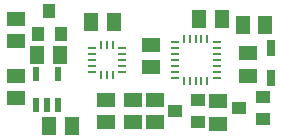
<source format=gbr>
G04 EAGLE Gerber RS-274X export*
G75*
%MOMM*%
%FSLAX34Y34*%
%LPD*%
%INSolderpaste Top*%
%IPPOS*%
%AMOC8*
5,1,8,0,0,1.08239X$1,22.5*%
G01*
%ADD10R,1.500000X1.240000*%
%ADD11R,0.800000X0.275000*%
%ADD12R,0.275000X0.800000*%
%ADD13R,1.240000X1.500000*%
%ADD14R,0.550000X1.200000*%
%ADD15R,1.200000X1.000000*%
%ADD16R,0.800000X1.350000*%
%ADD17R,1.000000X1.200000*%


D10*
X214630Y114910D03*
X214630Y95910D03*
D11*
X82500Y119220D03*
X82500Y114220D03*
X82500Y109220D03*
X82500Y104220D03*
X82500Y99220D03*
D12*
X90250Y96470D03*
X95250Y96470D03*
X100250Y96470D03*
D11*
X108000Y99220D03*
X108000Y104220D03*
X108000Y109220D03*
X108000Y114220D03*
X108000Y119220D03*
D12*
X100250Y121970D03*
X95250Y121970D03*
X90250Y121970D03*
D11*
X187930Y94220D03*
X187930Y99220D03*
X187930Y104220D03*
X187930Y109220D03*
X187930Y114220D03*
X187930Y119220D03*
X187930Y124220D03*
D12*
X180180Y126970D03*
X175180Y126970D03*
X170180Y126970D03*
X165180Y126970D03*
X160180Y126970D03*
D11*
X152430Y124220D03*
X152430Y119220D03*
X152430Y114220D03*
X152430Y109220D03*
X152430Y104220D03*
X152430Y99220D03*
X152430Y94220D03*
D12*
X160180Y91470D03*
X165180Y91470D03*
X170180Y91470D03*
X175180Y91470D03*
X180180Y91470D03*
D10*
X132715Y102895D03*
X132715Y121895D03*
D13*
X100940Y140970D03*
X81940Y140970D03*
D10*
X93980Y75540D03*
X93980Y56540D03*
D13*
X55220Y113030D03*
X36220Y113030D03*
D10*
X116840Y75540D03*
X116840Y56540D03*
D14*
X34950Y70819D03*
X44450Y70819D03*
X53950Y70819D03*
X53950Y96821D03*
X34950Y96821D03*
D13*
X229210Y138430D03*
X210210Y138430D03*
X173380Y143510D03*
X192380Y143510D03*
D10*
X189230Y74270D03*
X189230Y55270D03*
X135890Y75540D03*
X135890Y56540D03*
D13*
X65380Y53340D03*
X46380Y53340D03*
D10*
X17780Y95860D03*
X17780Y76860D03*
D15*
X207170Y68580D03*
X227170Y78080D03*
X227170Y59080D03*
X152560Y66040D03*
X172560Y75540D03*
X172560Y56540D03*
D16*
X233680Y93980D03*
X233680Y119380D03*
D17*
X46355Y150970D03*
X55855Y130970D03*
X36855Y130970D03*
D10*
X17780Y125120D03*
X17780Y144120D03*
M02*

</source>
